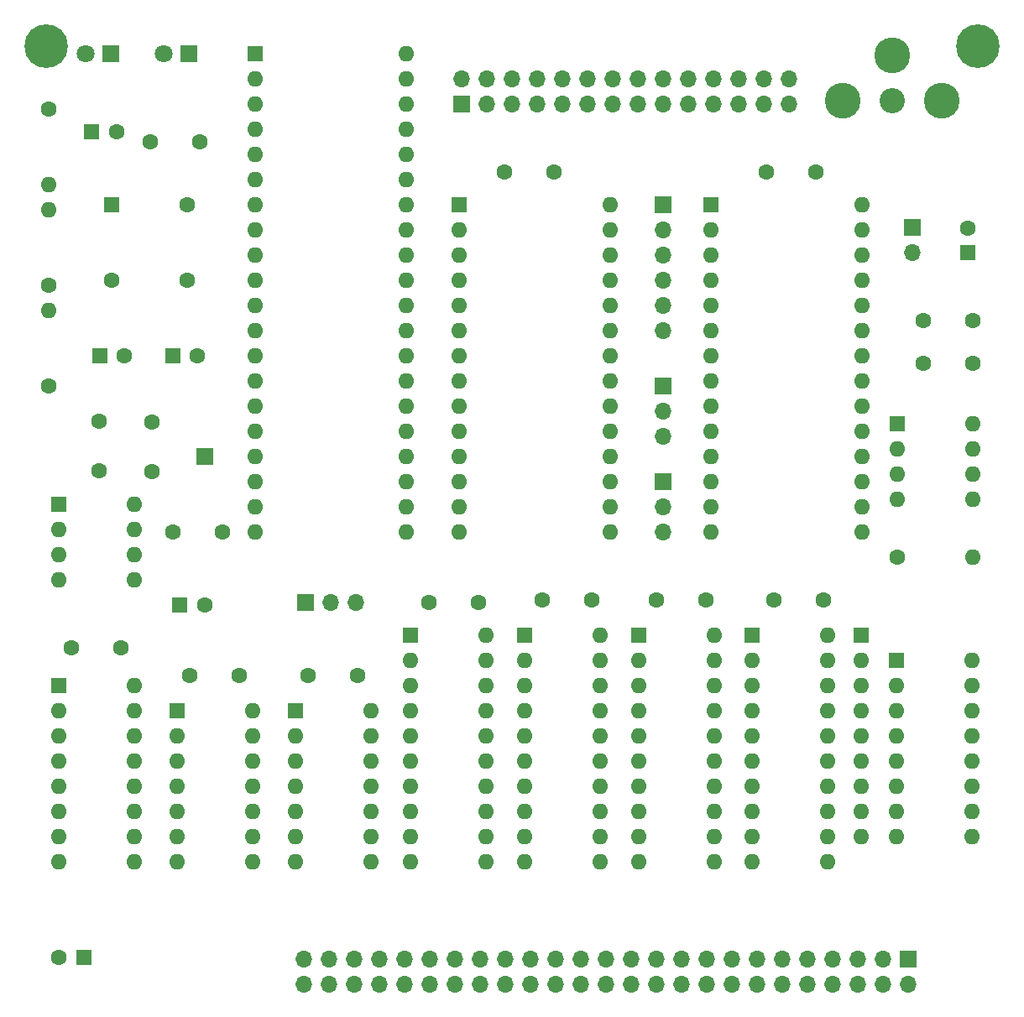
<source format=gbr>
%TF.GenerationSoftware,KiCad,Pcbnew,(6.0.4-0)*%
%TF.CreationDate,2022-09-18T19:18:22-04:00*%
%TF.ProjectId,Z80-6502IO,5a38302d-3635-4303-9249-4f2e6b696361,rev?*%
%TF.SameCoordinates,Original*%
%TF.FileFunction,Soldermask,Bot*%
%TF.FilePolarity,Negative*%
%FSLAX46Y46*%
G04 Gerber Fmt 4.6, Leading zero omitted, Abs format (unit mm)*
G04 Created by KiCad (PCBNEW (6.0.4-0)) date 2022-09-18 19:18:22*
%MOMM*%
%LPD*%
G01*
G04 APERTURE LIST*
%ADD10R,1.700000X1.700000*%
%ADD11C,1.600000*%
%ADD12O,1.700000X1.700000*%
%ADD13O,1.600000X1.600000*%
%ADD14R,1.600000X1.600000*%
%ADD15C,3.616000*%
%ADD16C,2.550000*%
%ADD17C,4.399999*%
%ADD18C,4.400000*%
%ADD19C,1.800000*%
%ADD20R,1.800000X1.800000*%
G04 APERTURE END LIST*
D10*
%TO.C,P1*%
X64008000Y-90424000D03*
%TD*%
D11*
%TO.C,C21*%
X125650000Y-61722000D03*
X120650000Y-61722000D03*
%TD*%
%TO.C,C20*%
X99234000Y-61722000D03*
X94234000Y-61722000D03*
%TD*%
%TO.C,C19*%
X65786000Y-98044000D03*
X60786000Y-98044000D03*
%TD*%
D12*
%TO.C,P5*%
X122936000Y-52324000D03*
X122936000Y-54864000D03*
X120396000Y-52324000D03*
X120396000Y-54864000D03*
X117856000Y-52324000D03*
X117856000Y-54864000D03*
X115316000Y-52324000D03*
X115316000Y-54864000D03*
X112776000Y-52324000D03*
X112776000Y-54864000D03*
X110236000Y-52324000D03*
X110236000Y-54864000D03*
X107696000Y-52324000D03*
X107696000Y-54864000D03*
X105156000Y-52324000D03*
X105156000Y-54864000D03*
X102616000Y-52324000D03*
X102616000Y-54864000D03*
X100076000Y-52324000D03*
X100076000Y-54864000D03*
X97536000Y-52324000D03*
X97536000Y-54864000D03*
X94996000Y-52324000D03*
X94996000Y-54864000D03*
X92456000Y-52324000D03*
X92456000Y-54864000D03*
X89916000Y-52324000D03*
D10*
X89916000Y-54864000D03*
%TD*%
D11*
%TO.C,C1*%
X55546000Y-109728000D03*
X50546000Y-109728000D03*
%TD*%
D13*
%TO.C,U7*%
X126850000Y-108460000D03*
X119230000Y-131320000D03*
X126850000Y-111000000D03*
X119230000Y-128780000D03*
X126850000Y-113540000D03*
X119230000Y-126240000D03*
X126850000Y-116080000D03*
X119230000Y-123700000D03*
X126850000Y-118620000D03*
X119230000Y-121160000D03*
X126850000Y-121160000D03*
X119230000Y-118620000D03*
X126850000Y-123700000D03*
X119230000Y-116080000D03*
X126850000Y-126240000D03*
X119230000Y-113540000D03*
X126850000Y-128780000D03*
X119230000Y-111000000D03*
X126850000Y-131320000D03*
D14*
X119230000Y-108460000D03*
%TD*%
D13*
%TO.C,U12*%
X141478000Y-87122000D03*
X133858000Y-94742000D03*
X141478000Y-89662000D03*
X133858000Y-92202000D03*
X141478000Y-92202000D03*
X133858000Y-89662000D03*
X141478000Y-94742000D03*
D14*
X133858000Y-87122000D03*
%TD*%
D13*
%TO.C,U11*%
X56896000Y-95250000D03*
X49276000Y-102870000D03*
X56896000Y-97790000D03*
X49276000Y-100330000D03*
X56896000Y-100330000D03*
X49276000Y-97790000D03*
X56896000Y-102870000D03*
D14*
X49276000Y-95250000D03*
%TD*%
D13*
%TO.C,U10*%
X130302000Y-65024000D03*
X115062000Y-98044000D03*
X130302000Y-67564000D03*
X115062000Y-95504000D03*
X130302000Y-70104000D03*
X115062000Y-92964000D03*
X130302000Y-72644000D03*
X115062000Y-90424000D03*
X130302000Y-75184000D03*
X115062000Y-87884000D03*
X130302000Y-77724000D03*
X115062000Y-85344000D03*
X130302000Y-80264000D03*
X115062000Y-82804000D03*
X130302000Y-82804000D03*
X115062000Y-80264000D03*
X130302000Y-85344000D03*
X115062000Y-77724000D03*
X130302000Y-87884000D03*
X115062000Y-75184000D03*
X130302000Y-90424000D03*
X115062000Y-72644000D03*
X130302000Y-92964000D03*
X115062000Y-70104000D03*
X130302000Y-95504000D03*
X115062000Y-67564000D03*
X130302000Y-98044000D03*
D14*
X115062000Y-65024000D03*
%TD*%
D13*
%TO.C,U9*%
X84328000Y-49784000D03*
X69088000Y-98044000D03*
X84328000Y-52324000D03*
X69088000Y-95504000D03*
X84328000Y-54864000D03*
X69088000Y-92964000D03*
X84328000Y-57404000D03*
X69088000Y-90424000D03*
X84328000Y-59944000D03*
X69088000Y-87884000D03*
X84328000Y-62484000D03*
X69088000Y-85344000D03*
X84328000Y-65024000D03*
X69088000Y-82804000D03*
X84328000Y-67564000D03*
X69088000Y-80264000D03*
X84328000Y-70104000D03*
X69088000Y-77724000D03*
X84328000Y-72644000D03*
X69088000Y-75184000D03*
X84328000Y-75184000D03*
X69088000Y-72644000D03*
X84328000Y-77724000D03*
X69088000Y-70104000D03*
X84328000Y-80264000D03*
X69088000Y-67564000D03*
X84328000Y-82804000D03*
X69088000Y-65024000D03*
X84328000Y-85344000D03*
X69088000Y-62484000D03*
X84328000Y-87884000D03*
X69088000Y-59944000D03*
X84328000Y-90424000D03*
X69088000Y-57404000D03*
X84328000Y-92964000D03*
X69088000Y-54864000D03*
X84328000Y-95504000D03*
X69088000Y-52324000D03*
X84328000Y-98044000D03*
D14*
X69088000Y-49784000D03*
%TD*%
D13*
%TO.C,U8*%
X104902000Y-65024000D03*
X89662000Y-98044000D03*
X104902000Y-67564000D03*
X89662000Y-95504000D03*
X104902000Y-70104000D03*
X89662000Y-92964000D03*
X104902000Y-72644000D03*
X89662000Y-90424000D03*
X104902000Y-75184000D03*
X89662000Y-87884000D03*
X104902000Y-77724000D03*
X89662000Y-85344000D03*
X104902000Y-80264000D03*
X89662000Y-82804000D03*
X104902000Y-82804000D03*
X89662000Y-80264000D03*
X104902000Y-85344000D03*
X89662000Y-77724000D03*
X104902000Y-87884000D03*
X89662000Y-75184000D03*
X104902000Y-90424000D03*
X89662000Y-72644000D03*
X104902000Y-92964000D03*
X89662000Y-70104000D03*
X104902000Y-95504000D03*
X89662000Y-67564000D03*
X104902000Y-98044000D03*
D14*
X89662000Y-65024000D03*
%TD*%
D13*
%TO.C,U6*%
X56896000Y-113538000D03*
X49276000Y-131318000D03*
X56896000Y-116078000D03*
X49276000Y-128778000D03*
X56896000Y-118618000D03*
X49276000Y-126238000D03*
X56896000Y-121158000D03*
X49276000Y-123698000D03*
X56896000Y-123698000D03*
X49276000Y-121158000D03*
X56896000Y-126238000D03*
X49276000Y-118618000D03*
X56896000Y-128778000D03*
X49276000Y-116078000D03*
X56896000Y-131318000D03*
D14*
X49276000Y-113538000D03*
%TD*%
D13*
%TO.C,U5*%
X80772000Y-116078000D03*
X73152000Y-131318000D03*
X80772000Y-118618000D03*
X73152000Y-128778000D03*
X80772000Y-121158000D03*
X73152000Y-126238000D03*
X80772000Y-123698000D03*
X73152000Y-123698000D03*
X80772000Y-126238000D03*
X73152000Y-121158000D03*
X80772000Y-128778000D03*
X73152000Y-118618000D03*
X80772000Y-131318000D03*
D14*
X73152000Y-116078000D03*
%TD*%
D13*
%TO.C,U4*%
X68834000Y-116078000D03*
X61214000Y-131318000D03*
X68834000Y-118618000D03*
X61214000Y-128778000D03*
X68834000Y-121158000D03*
X61214000Y-126238000D03*
X68834000Y-123698000D03*
X61214000Y-123698000D03*
X68834000Y-126238000D03*
X61214000Y-121158000D03*
X68834000Y-128778000D03*
X61214000Y-118618000D03*
X68834000Y-131318000D03*
D14*
X61214000Y-116078000D03*
%TD*%
D12*
%TO.C,P4*%
X135382000Y-69850000D03*
D10*
X135382000Y-67310000D03*
%TD*%
D12*
%TO.C,P3*%
X110236000Y-77724000D03*
X110236000Y-75184000D03*
X110236000Y-72644000D03*
X110236000Y-70104000D03*
X110236000Y-67564000D03*
D10*
X110236000Y-65024000D03*
%TD*%
D11*
%TO.C,X1*%
X54610000Y-72644000D03*
X62230000Y-72644000D03*
X62230000Y-65024000D03*
D14*
X54610000Y-65024000D03*
%TD*%
D13*
%TO.C,R3*%
X141478000Y-100584000D03*
D11*
X133858000Y-100584000D03*
%TD*%
D12*
%TO.C,P2*%
X74016000Y-143662000D03*
X74016000Y-141122000D03*
X76556000Y-143662000D03*
X76556000Y-141122000D03*
X79096000Y-143662000D03*
X79096000Y-141122000D03*
X81636000Y-143662000D03*
X81636000Y-141122000D03*
X84176000Y-143662000D03*
X84176000Y-141122000D03*
X86716000Y-143662000D03*
X86716000Y-141122000D03*
X89256000Y-143662000D03*
X89256000Y-141122000D03*
X91796000Y-143662000D03*
X91796000Y-141122000D03*
X94336000Y-143662000D03*
X94336000Y-141122000D03*
X96876000Y-143662000D03*
X96876000Y-141122000D03*
X99416000Y-143662000D03*
X99416000Y-141122000D03*
X101956000Y-143662000D03*
X101956000Y-141122000D03*
X104496000Y-143662000D03*
X104496000Y-141122000D03*
X107036000Y-143662000D03*
X107036000Y-141122000D03*
X109576000Y-143662000D03*
X109576000Y-141122000D03*
X112116000Y-143662000D03*
X112116000Y-141122000D03*
X114656000Y-143662000D03*
X114656000Y-141122000D03*
X117196000Y-143662000D03*
X117196000Y-141122000D03*
X119736000Y-143662000D03*
X119736000Y-141122000D03*
X122276000Y-143662000D03*
X122276000Y-141122000D03*
X124816000Y-143662000D03*
X124816000Y-141122000D03*
X127356000Y-143662000D03*
X127356000Y-141122000D03*
X129896000Y-143662000D03*
X129896000Y-141122000D03*
X132436000Y-143662000D03*
X132436000Y-141122000D03*
X134976000Y-143662000D03*
D10*
X134976000Y-141122000D03*
%TD*%
D12*
%TO.C,K3*%
X110236000Y-88392000D03*
X110236000Y-85852000D03*
D10*
X110236000Y-83312000D03*
%TD*%
D15*
%TO.C,J1*%
X133350000Y-49964000D03*
X128350000Y-54464000D03*
X138350000Y-54464000D03*
D16*
X133350000Y-54464000D03*
%TD*%
D11*
%TO.C,C18*%
X63968000Y-105410000D03*
D14*
X61468000Y-105410000D03*
%TD*%
D11*
%TO.C,C17*%
X55880000Y-80264000D03*
D14*
X53380000Y-80264000D03*
%TD*%
D11*
%TO.C,C16*%
X141478000Y-81026000D03*
X136478000Y-81026000D03*
%TD*%
%TO.C,C15*%
X141478000Y-76708000D03*
X136478000Y-76708000D03*
%TD*%
%TO.C,C14*%
X63246000Y-80264000D03*
D14*
X60746000Y-80264000D03*
%TD*%
D11*
%TO.C,C13*%
X58674000Y-86948000D03*
X58674000Y-91948000D03*
%TD*%
%TO.C,C12*%
X53340000Y-86868000D03*
X53340000Y-91868000D03*
%TD*%
%TO.C,C11*%
X55078000Y-57658000D03*
D14*
X52578000Y-57658000D03*
%TD*%
D11*
%TO.C,C8*%
X63500000Y-58674000D03*
X58500000Y-58674000D03*
%TD*%
%TO.C,C7*%
X126412000Y-104902000D03*
X121412000Y-104902000D03*
%TD*%
%TO.C,C6*%
X114554000Y-104902000D03*
X109554000Y-104902000D03*
%TD*%
%TO.C,C10*%
X140970000Y-67350000D03*
D14*
X140970000Y-69850000D03*
%TD*%
D11*
%TO.C,C9*%
X49276000Y-140970000D03*
D14*
X51776000Y-140970000D03*
%TD*%
D13*
%TO.C,U3*%
X92350000Y-108460000D03*
X84730000Y-131320000D03*
X92350000Y-111000000D03*
X84730000Y-128780000D03*
X92350000Y-113540000D03*
X84730000Y-126240000D03*
X92350000Y-116080000D03*
X84730000Y-123700000D03*
X92350000Y-118620000D03*
X84730000Y-121160000D03*
X92350000Y-121160000D03*
X84730000Y-118620000D03*
X92350000Y-123700000D03*
X84730000Y-116080000D03*
X92350000Y-126240000D03*
X84730000Y-113540000D03*
X92350000Y-128780000D03*
X84730000Y-111000000D03*
X92350000Y-131320000D03*
D14*
X84730000Y-108460000D03*
%TD*%
D13*
%TO.C,U2*%
X103850000Y-108460000D03*
X96230000Y-131320000D03*
X103850000Y-111000000D03*
X96230000Y-128780000D03*
X103850000Y-113540000D03*
X96230000Y-126240000D03*
X103850000Y-116080000D03*
X96230000Y-123700000D03*
X103850000Y-118620000D03*
X96230000Y-121160000D03*
X103850000Y-121160000D03*
X96230000Y-118620000D03*
X103850000Y-123700000D03*
X96230000Y-116080000D03*
X103850000Y-126240000D03*
X96230000Y-113540000D03*
X103850000Y-128780000D03*
X96230000Y-111000000D03*
X103850000Y-131320000D03*
D14*
X96230000Y-108460000D03*
%TD*%
D13*
%TO.C,U1*%
X115350000Y-108460000D03*
X107730000Y-131320000D03*
X115350000Y-111000000D03*
X107730000Y-128780000D03*
X115350000Y-113540000D03*
X107730000Y-126240000D03*
X115350000Y-116080000D03*
X107730000Y-123700000D03*
X115350000Y-118620000D03*
X107730000Y-121160000D03*
X115350000Y-121160000D03*
X107730000Y-118620000D03*
X115350000Y-123700000D03*
X107730000Y-116080000D03*
X115350000Y-126240000D03*
X107730000Y-113540000D03*
X115350000Y-128780000D03*
X107730000Y-111000000D03*
X115350000Y-131320000D03*
D14*
X107730000Y-108460000D03*
%TD*%
D13*
%TO.C,SW1*%
X141350000Y-110960000D03*
X133730000Y-128740000D03*
X141350000Y-113500000D03*
X133730000Y-126200000D03*
X141350000Y-116040000D03*
X133730000Y-123660000D03*
X141350000Y-118580000D03*
X133730000Y-121120000D03*
X141350000Y-121120000D03*
X133730000Y-118580000D03*
X141350000Y-123660000D03*
X133730000Y-116040000D03*
X141350000Y-126200000D03*
X133730000Y-113500000D03*
X141350000Y-128740000D03*
D14*
X133730000Y-110960000D03*
%TD*%
D13*
%TO.C,RR1*%
X130230000Y-128780000D03*
X130230000Y-126240000D03*
X130230000Y-123700000D03*
X130230000Y-121160000D03*
X130230000Y-118620000D03*
X130230000Y-116080000D03*
X130230000Y-113540000D03*
X130230000Y-111000000D03*
D14*
X130230000Y-108460000D03*
%TD*%
D13*
%TO.C,R4*%
X48260000Y-75692000D03*
D11*
X48260000Y-83312000D03*
%TD*%
D13*
%TO.C,R2*%
X48260000Y-65532000D03*
D11*
X48260000Y-73152000D03*
%TD*%
D13*
%TO.C,R1*%
X48260000Y-62992000D03*
D11*
X48260000Y-55372000D03*
%TD*%
D17*
%TO.C,H2*%
X142000000Y-49000000D03*
%TD*%
D18*
%TO.C,H1*%
X48000000Y-49000000D03*
%TD*%
D19*
%TO.C,D2*%
X59888000Y-49750000D03*
D20*
X62428000Y-49750000D03*
%TD*%
D19*
%TO.C,D1*%
X51960000Y-49750000D03*
D20*
X54500000Y-49750000D03*
%TD*%
D11*
%TO.C,C2*%
X62484000Y-112522000D03*
X67484000Y-112522000D03*
%TD*%
%TO.C,C5*%
X103044000Y-104902000D03*
X98044000Y-104902000D03*
%TD*%
%TO.C,C3*%
X79422000Y-112522000D03*
X74422000Y-112522000D03*
%TD*%
%TO.C,C4*%
X86614000Y-105156000D03*
X91614000Y-105156000D03*
%TD*%
D12*
%TO.C,K1*%
X79248000Y-105156000D03*
X76708000Y-105156000D03*
D10*
X74168000Y-105156000D03*
%TD*%
%TO.C,K2*%
X110236000Y-92964000D03*
D12*
X110236000Y-95504000D03*
X110236000Y-98044000D03*
%TD*%
M02*

</source>
